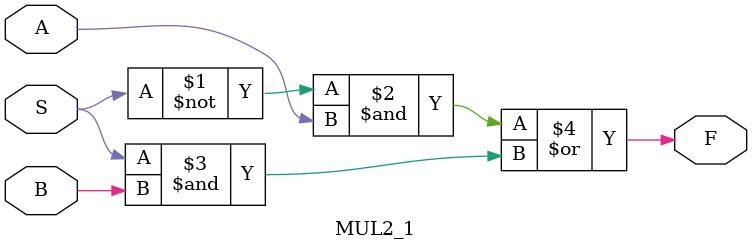
<source format=v>
module MUL2_1(A, B, S, F);
    input A, B, S;
    output F;

    assign F = ~S & A | S & B;
endmodule
</source>
